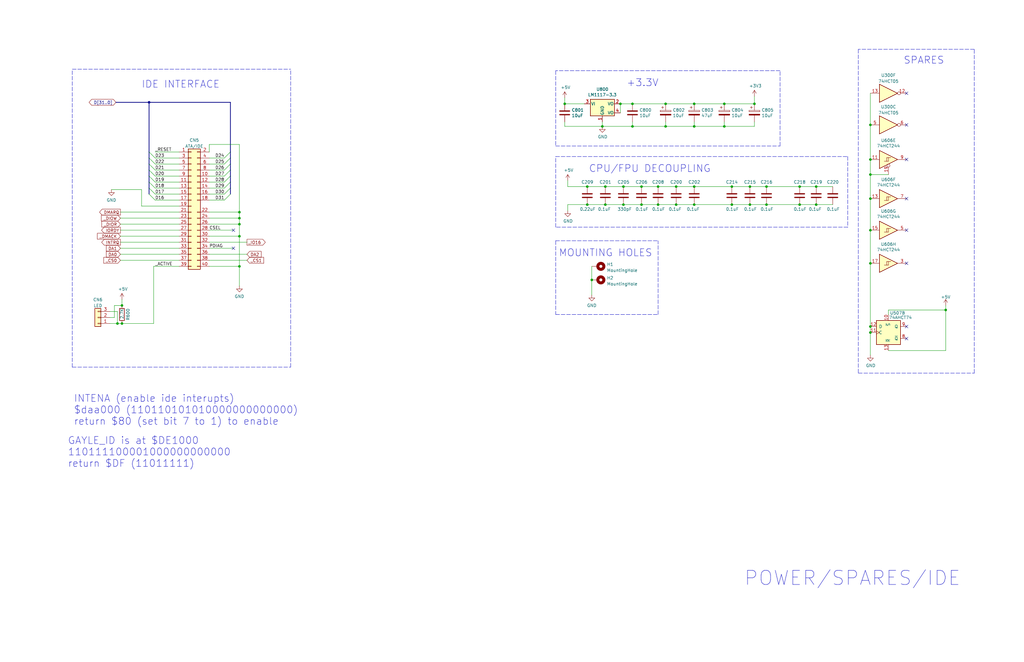
<source format=kicad_sch>
(kicad_sch (version 20211123) (generator eeschema)
  (paper "B")
  (title_block (title "Amiga N2630") (date "2022-04-24") (rev "1.0"))
  (lib_symbols
    (symbol "74xx:74LS05" (pin_names (offset 1.016))
      (property "Reference" "U" (at 0 1.27 0))
      (property "Value" "74LS05" (at 0 -1.27 0))
      (symbol "74LS05_1_0"
        (polyline (pts (xy -3.81 3.81) (xy -3.81 -3.81) (xy 3.81 0) (xy -3.81 3.81)) (stroke (width 0.254)) (fill (type background)))
        (pin input line (at -7.62 0 0) (length 3.81) (name "~") (number "1"))
        (pin open_collector inverted (at 7.62 0 180) (length 3.81) (name "~") (number "2"))
      )
      (symbol "74LS05_2_0"
        (polyline (pts (xy -3.81 3.81) (xy -3.81 -3.81) (xy 3.81 0) (xy -3.81 3.81)) (stroke (width 0.254)) (fill (type background)))
        (pin input line (at -7.62 0 0) (length 3.81) (name "~") (number "3"))
        (pin open_collector inverted (at 7.62 0 180) (length 3.81) (name "~") (number "4"))
      )
      (symbol "74LS05_3_0"
        (polyline (pts (xy -3.81 3.81) (xy -3.81 -3.81) (xy 3.81 0) (xy -3.81 3.81)) (stroke (width 0.254)) (fill (type background)))
        (pin input line (at -7.62 0 0) (length 3.81) (name "~") (number "5"))
        (pin open_collector inverted (at 7.62 0 180) (length 3.81) (name "~") (number "6"))
      )
      (symbol "74LS05_4_0"
        (polyline (pts (xy -3.81 3.81) (xy -3.81 -3.81) (xy 3.81 0) (xy -3.81 3.81)) (stroke (width 0.254)) (fill (type background)))
        (pin open_collector inverted (at 7.62 0 180) (length 3.81) (name "~") (number "8"))
        (pin input line (at -7.62 0 0) (length 3.81) (name "~") (number "9"))
      )
      (symbol "74LS05_5_0"
        (polyline (pts (xy -3.81 3.81) (xy -3.81 -3.81) (xy 3.81 0) (xy -3.81 3.81)) (stroke (width 0.254)) (fill (type background)))
        (pin open_collector inverted (at 7.62 0 180) (length 3.81) (name "~") (number "10"))
        (pin input line (at -7.62 0 0) (length 3.81) (name "~") (number "11"))
      )
      (symbol "74LS05_6_0"
        (polyline (pts (xy -3.81 3.81) (xy -3.81 -3.81) (xy 3.81 0) (xy -3.81 3.81)) (stroke (width 0.254)) (fill (type background)))
        (pin open_collector inverted (at 7.62 0 180) (length 3.81) (name "~") (number "12"))
        (pin input line (at -7.62 0 0) (length 3.81) (name "~") (number "13"))
      )
      (symbol "74LS05_7_0"
        (pin power_in line (at 0 12.7 270) (length 5.08) (name "VCC") (number "14"))
        (pin power_in line (at 0 -12.7 90) (length 5.08) (name "GND") (number "7"))
      )
      (symbol "74LS05_7_1"
        (rectangle (start -5.08 7.62) (end 5.08 -7.62) (stroke (width 0.254)) (fill (type background)))
      )
    )
    (symbol "74xx:74LS244_Split"
      (property "Reference" "U" (at 0 1.27 0))
      (property "Value" "74LS244_Split" (at 0 -1.27 0))
      (symbol "74LS244_Split_1_0"
        (polyline (pts (xy -3.81 3.81) (xy -3.81 -3.81) (xy 3.81 0) (xy -3.81 3.81)) (stroke (width 0.254)) (fill (type background)))
        (pin input inverted (at 0 -6.35 90) (length 4.445) (name "~") (number "1"))
        (pin tri_state line (at 7.62 0 180) (length 3.81) (name "~") (number "18"))
        (pin input line (at -7.62 0 0) (length 3.81) (name "~") (number "2"))
      )
      (symbol "74LS244_Split_1_1"
        (polyline (pts (xy 0 0.762) (xy 0 -0.762) (xy -1.778 -0.762)))
        (polyline (pts (xy 1.016 0.762) (xy -0.762 0.762) (xy -0.762 -0.762)))
      )
      (symbol "74LS244_Split_2_0"
        (polyline (pts (xy -3.81 3.81) (xy -3.81 -3.81) (xy 3.81 0) (xy -3.81 3.81)) (stroke (width 0.254)) (fill (type background)))
        (pin tri_state line (at 7.62 0 180) (length 3.81) (name "~") (number "16"))
        (pin input line (at -7.62 0 0) (length 3.81) (name "~") (number "4"))
      )
      (symbol "74LS244_Split_2_1"
        (polyline (pts (xy 0 0.762) (xy 0 -0.762) (xy -1.778 -0.762)))
        (polyline (pts (xy 1.016 0.762) (xy -0.762 0.762) (xy -0.762 -0.762)))
      )
      (symbol "74LS244_Split_3_0"
        (polyline (pts (xy -3.81 3.81) (xy -3.81 -3.81) (xy 3.81 0) (xy -3.81 3.81)) (stroke (width 0.254)) (fill (type background)))
        (pin tri_state line (at 7.62 0 180) (length 3.81) (name "~") (number "14"))
        (pin input line (at -7.62 0 0) (length 3.81) (name "~") (number "6"))
      )
      (symbol "74LS244_Split_3_1"
        (polyline (pts (xy 0 0.762) (xy 0 -0.762) (xy -1.778 -0.762)))
        (polyline (pts (xy 1.016 0.762) (xy -0.762 0.762) (xy -0.762 -0.762)))
      )
      (symbol "74LS244_Split_4_0"
        (polyline (pts (xy -3.81 3.81) (xy -3.81 -3.81) (xy 3.81 0) (xy -3.81 3.81)) (stroke (width 0.254)) (fill (type background)))
        (pin tri_state line (at 7.62 0 180) (length 3.81) (name "~") (number "12"))
        (pin input line (at -7.62 0 0) (length 3.81) (name "~") (number "8"))
      )
      (symbol "74LS244_Split_4_1"
        (polyline (pts (xy 0 0.762) (xy 0 -0.762) (xy -1.778 -0.762)))
        (polyline (pts (xy 1.016 0.762) (xy -0.762 0.762) (xy -0.762 -0.762)))
      )
      (symbol "74LS244_Split_5_0"
        (polyline (pts (xy -3.81 3.81) (xy -3.81 -3.81) (xy 3.81 0) (xy -3.81 3.81)) (stroke (width 0.254)) (fill (type background)))
        (pin input line (at -7.62 0 0) (length 3.81) (name "~") (number "11"))
        (pin input inverted (at 0 -6.35 90) (length 4.445) (name "~") (number "19"))
        (pin tri_state line (at 7.62 0 180) (length 3.81) (name "~") (number "9"))
      )
      (symbol "74LS244_Split_5_1"
        (polyline (pts (xy 0 0.762) (xy 0 -0.762) (xy -1.778 -0.762)))
        (polyline (pts (xy 1.016 0.762) (xy -0.762 0.762) (xy -0.762 -0.762)))
      )
      (symbol "74LS244_Split_6_0"
        (polyline (pts (xy -3.81 3.81) (xy -3.81 -3.81) (xy 3.81 0) (xy -3.81 3.81)) (stroke (width 0.254)) (fill (type background)))
        (pin input line (at -7.62 0 0) (length 3.81) (name "~") (number "13"))
        (pin tri_state line (at 7.62 0 180) (length 3.81) (name "~") (number "7"))
      )
      (symbol "74LS244_Split_6_1"
        (polyline (pts (xy 0 0.762) (xy 0 -0.762) (xy -1.778 -0.762)))
        (polyline (pts (xy 1.016 0.762) (xy -0.762 0.762) (xy -0.762 -0.762)))
      )
      (symbol "74LS244_Split_7_0"
        (polyline (pts (xy -3.81 3.81) (xy -3.81 -3.81) (xy 3.81 0) (xy -3.81 3.81)) (stroke (width 0.254)) (fill (type background)))
        (pin input line (at -7.62 0 0) (length 3.81) (name "~") (number "15"))
        (pin tri_state line (at 7.62 0 180) (length 3.81) (name "~") (number "5"))
      )
      (symbol "74LS244_Split_7_1"
        (polyline (pts (xy 0 0.762) (xy 0 -0.762) (xy -1.778 -0.762)))
        (polyline (pts (xy 1.016 0.762) (xy -0.762 0.762) (xy -0.762 -0.762)))
      )
      (symbol "74LS244_Split_8_0"
        (polyline (pts (xy -3.81 3.81) (xy -3.81 -3.81) (xy 3.81 0) (xy -3.81 3.81)) (stroke (width 0.254)) (fill (type background)))
        (pin input line (at -7.62 0 0) (length 3.81) (name "~") (number "17"))
        (pin tri_state line (at 7.62 0 180) (length 3.81) (name "~") (number "3"))
      )
      (symbol "74LS244_Split_8_1"
        (polyline (pts (xy 0 0.762) (xy 0 -0.762) (xy -1.778 -0.762)))
        (polyline (pts (xy 1.016 0.762) (xy -0.762 0.762) (xy -0.762 -0.762)))
      )
      (symbol "74LS244_Split_9_0"
        (pin power_in line (at 0 -12.7 90) (length 5.08) (name "GND") (number "10"))
        (pin power_in line (at 0 12.7 270) (length 5.08) (name "VCC") (number "20"))
      )
      (symbol "74LS244_Split_9_1"
        (rectangle (start -5.08 7.62) (end 5.08 -7.62) (stroke (width 0.254)) (fill (type background)))
      )
    )
    (symbol "74xx:74LS74" (pin_names (offset 1.016))
      (property "Reference" "U" (at -7.62 8.89 0))
      (property "Value" "74LS74" (at -7.62 -8.89 0))
      (symbol "74LS74_1_0"
        (pin input line (at 0 -7.62 90) (length 2.54) (name "~{R}") (number "1"))
        (pin input line (at -7.62 2.54 0) (length 2.54) (name "D") (number "2"))
        (pin input clock (at -7.62 0 0) (length 2.54) (name "C") (number "3"))
        (pin input line (at 0 7.62 270) (length 2.54) (name "~{S}") (number "4"))
        (pin output line (at 7.62 2.54 180) (length 2.54) (name "Q") (number "5"))
        (pin output line (at 7.62 -2.54 180) (length 2.54) (name "~{Q}") (number "6"))
      )
      (symbol "74LS74_1_1"
        (rectangle (start -5.08 5.08) (end 5.08 -5.08) (stroke (width 0.254)) (fill (type background)))
      )
      (symbol "74LS74_2_0"
        (pin input line (at 0 7.62 270) (length 2.54) (name "~{S}") (number "10"))
        (pin input clock (at -7.62 0 0) (length 2.54) (name "C") (number "11"))
        (pin input line (at -7.62 2.54 0) (length 2.54) (name "D") (number "12"))
        (pin input line (at 0 -7.62 90) (length 2.54) (name "~{R}") (number "13"))
        (pin output line (at 7.62 -2.54 180) (length 2.54) (name "~{Q}") (number "8"))
        (pin output line (at 7.62 2.54 180) (length 2.54) (name "Q") (number "9"))
      )
      (symbol "74LS74_2_1"
        (rectangle (start -5.08 5.08) (end 5.08 -5.08) (stroke (width 0.254)) (fill (type background)))
      )
      (symbol "74LS74_3_0"
        (pin power_in line (at 0 10.16 270) (length 2.54) (name "VCC") (number "14"))
        (pin power_in line (at 0 -10.16 90) (length 2.54) (name "GND") (number "7"))
      )
      (symbol "74LS74_3_1"
        (rectangle (start -5.08 7.62) (end 5.08 -7.62) (stroke (width 0.254)) (fill (type background)))
      )
    )
    (symbol "Connector_Generic:Conn_01x03" (pin_names (offset 1.016) hide)
      (property "Reference" "J" (at 0 5.08 0))
      (property "Value" "Conn_01x03" (at 0 -5.08 0))
      (symbol "Conn_01x03_1_1"
        (rectangle (start -1.27 -2.413) (end 0 -2.667) (stroke (width 0.1524)))
        (rectangle (start -1.27 0.127) (end 0 -0.127) (stroke (width 0.1524)))
        (rectangle (start -1.27 2.667) (end 0 2.413) (stroke (width 0.1524)))
        (rectangle (start -1.27 3.81) (end 1.27 -3.81) (stroke (width 0.254)) (fill (type background)))
        (pin passive line (at -5.08 2.54 0) (length 3.81) (name "Pin_1") (number "1"))
        (pin passive line (at -5.08 0 0) (length 3.81) (name "Pin_2") (number "2"))
        (pin passive line (at -5.08 -2.54 0) (length 3.81) (name "Pin_3") (number "3"))
      )
    )
    (symbol "Connector_Generic:Conn_02x20_Odd_Even" (pin_names (offset 1.016) hide)
      (property "Reference" "CN5" (at 1.27 27.8298 0))
      (property "Value" "ATA/IDE" (at 1.27 25.2929 0))
      (symbol "Conn_02x20_Odd_Even_1_1"
        (rectangle (start -1.27 -25.273) (end 0 -25.527) (stroke (width 0.1524)))
        (rectangle (start -1.27 -22.733) (end 0 -22.987) (stroke (width 0.1524)))
        (rectangle (start -1.27 -20.193) (end 0 -20.447) (stroke (width 0.1524)))
        (rectangle (start -1.27 -17.653) (end 0 -17.907) (stroke (width 0.1524)))
        (rectangle (start -1.27 -15.113) (end 0 -15.367) (stroke (width 0.1524)))
        (rectangle (start -1.27 -12.573) (end 0 -12.827) (stroke (width 0.1524)))
        (rectangle (start -1.27 -10.033) (end 0 -10.287) (stroke (width 0.1524)))
        (rectangle (start -1.27 -7.493) (end 0 -7.747) (stroke (width 0.1524)))
        (rectangle (start -1.27 -4.953) (end 0 -5.207) (stroke (width 0.1524)))
        (rectangle (start -1.27 -2.413) (end 0 -2.667) (stroke (width 0.1524)))
        (rectangle (start -1.27 0.127) (end 0 -0.127) (stroke (width 0.1524)))
        (rectangle (start -1.27 2.667) (end 0 2.413) (stroke (width 0.1524)))
        (rectangle (start -1.27 5.207) (end 0 4.953) (stroke (width 0.1524)))
        (rectangle (start -1.27 7.747) (end 0 7.493) (stroke (width 0.1524)))
        (rectangle (start -1.27 10.287) (end 0 10.033) (stroke (width 0.1524)))
        (rectangle (start -1.27 12.827) (end 0 12.573) (stroke (width 0.1524)))
        (rectangle (start -1.27 15.367) (end 0 15.113) (stroke (width 0.1524)))
        (rectangle (start -1.27 17.907) (end 0 17.653) (stroke (width 0.1524)))
        (rectangle (start -1.27 20.447) (end 0 20.193) (stroke (width 0.1524)))
        (rectangle (start -1.27 22.987) (end 0 22.733) (stroke (width 0.1524)))
        (rectangle (start -1.27 24.13) (end 3.81 -26.67) (stroke (width 0.254)) (fill (type background)))
        (rectangle (start 3.81 -25.273) (end 2.54 -25.527) (stroke (width 0.1524)))
        (rectangle (start 3.81 -22.733) (end 2.54 -22.987) (stroke (width 0.1524)))
        (rectangle (start 3.81 -20.193) (end 2.54 -20.447) (stroke (width 0.1524)))
        (rectangle (start 3.81 -17.653) (end 2.54 -17.907) (stroke (width 0.1524)))
        (rectangle (start 3.81 -15.113) (end 2.54 -15.367) (stroke (width 0.1524)))
        (rectangle (start 3.81 -12.573) (end 2.54 -12.827) (stroke (width 0.1524)))
        (rectangle (start 3.81 -10.033) (end 2.54 -10.287) (stroke (width 0.1524)))
        (rectangle (start 3.81 -7.493) (end 2.54 -7.747) (stroke (width 0.1524)))
        (rectangle (start 3.81 -4.953) (end 2.54 -5.207) (stroke (width 0.1524)))
        (rectangle (start 3.81 -2.413) (end 2.54 -2.667) (stroke (width 0.1524)))
        (rectangle (start 3.81 2.667) (end 2.54 2.413) (stroke (width 0.1524)))
        (rectangle (start 3.81 5.207) (end 2.54 4.953) (stroke (width 0.1524)))
        (rectangle (start 3.81 7.747) (end 2.54 7.493) (stroke (width 0.1524)))
        (rectangle (start 3.81 10.287) (end 2.54 10.033) (stroke (width 0.1524)))
        (rectangle (start 3.81 12.827) (end 2.54 12.573) (stroke (width 0.1524)))
        (rectangle (start 3.81 15.367) (end 2.54 15.113) (stroke (width 0.1524)))
        (rectangle (start 3.81 17.907) (end 2.54 17.653) (stroke (width 0.1524)))
        (rectangle (start 3.81 20.447) (end 2.54 20.193) (stroke (width 0.1524)))
        (rectangle (start 3.81 22.987) (end 2.54 22.733) (stroke (width 0.1524)))
        (pin passive line (at -5.08 22.86 0) (length 3.81) (name "Pin_1") (number "1"))
        (pin passive line (at 7.62 12.7 180) (length 3.81) (name "Pin_10") (number "10"))
        (pin passive line (at -5.08 10.16 0) (length 3.81) (name "Pin_11") (number "11"))
        (pin passive line (at 7.62 10.16 180) (length 3.81) (name "Pin_12") (number "12"))
        (pin passive line (at -5.08 7.62 0) (length 3.81) (name "Pin_13") (number "13"))
        (pin passive line (at 7.62 7.62 180) (length 3.81) (name "Pin_14") (number "14"))
        (pin passive line (at -5.08 5.08 0) (length 3.81) (name "Pin_15") (number "15"))
        (pin passive line (at 7.62 5.08 180) (length 3.81) (name "Pin_16") (number "16"))
        (pin passive line (at -5.08 2.54 0) (length 3.81) (name "Pin_17") (number "17"))
        (pin passive line (at 7.62 2.54 180) (length 3.81) (name "Pin_18") (number "18"))
        (pin passive line (at -5.08 0 0) (length 3.81) (name "Pin_19") (number "19"))
        (pin passive line (at 7.62 22.86 180) (length 3.81) (name "Pin_2") (number "2"))
        (pin passive line (at -5.08 -2.54 0) (length 3.81) (name "Pin_21") (number "21"))
        (pin passive line (at 7.62 -2.54 180) (length 3.81) (name "Pin_22") (number "22"))
        (pin passive line (at -5.08 -5.08 0) (length 3.81) (name "Pin_23") (number "23"))
        (pin passive line (at 7.62 -5.08 180) (length 3.81) (name "Pin_24") (number "24"))
        (pin passive line (at -5.08 -7.62 0) (length 3.81) (name "Pin_25") (number "25"))
        (pin passive line (at 7.62 -7.62 180) (length 3.81) (name "Pin_26") (number "26"))
        (pin passive line (at -5.08 -10.16 0) (length 3.81) (name "Pin_27") (number "27"))
        (pin passive line (at 7.62 -10.16 180) (length 3.81) (name "Pin_28") (number "28"))
        (pin passive line (at -5.08 -12.7 0) (length 3.81) (name "Pin_29") (number "29"))
        (pin passive line (at -5.08 20.32 0) (length 3.81) (name "Pin_3") (number "3"))
        (pin passive line (at 7.62 -12.7 180) (length 3.81) (name "Pin_30") (number "30"))
        (pin passive line (at -5.08 -15.24 0) (length 3.81) (name "Pin_31") (number "31"))
        (pin passive line (at 7.62 -15.24 180) (length 3.81) (name "Pin_32") (number "32"))
        (pin passive line (at -5.08 -17.78 0) (length 3.81) (name "Pin_33") (number "33"))
        (pin passive line (at 7.62 -17.78 180) (length 3.81) (name "Pin_34") (number "34"))
        (pin passive line (at -5.08 -20.32 0) (length 3.81) (name "Pin_35") (number "35"))
        (pin passive line (at 7.62 -20.32 180) (length 3.81) (name "Pin_36") (number "36"))
        (pin passive line (at -5.08 -22.86 0) (length 3.81) (name "Pin_37") (number "37"))
        (pin passive line (at 7.62 -22.86 180) (length 3.81) (name "Pin_38") (number "38"))
        (pin passive line (at -5.08 -25.4 0) (length 3.81) (name "Pin_39") (number "39"))
        (pin passive line (at 7.62 20.32 180) (length 3.81) (name "Pin_4") (number "4"))
        (pin passive line (at 7.62 -25.4 180) (length 3.81) (name "Pin_40") (number "40"))
        (pin passive line (at -5.08 17.78 0) (length 3.81) (name "Pin_5") (number "5"))
        (pin passive line (at 7.62 17.78 180) (length 3.81) (name "Pin_6") (number "6"))
        (pin passive line (at -5.08 15.24 0) (length 3.81) (name "Pin_7") (number "7"))
        (pin passive line (at 7.62 15.24 180) (length 3.81) (name "Pin_8") (number "8"))
        (pin passive line (at -5.08 12.7 0) (length 3.81) (name "Pin_9") (number "9"))
      )
    )
    (symbol "Device:C" (pin_numbers hide) (pin_names (offset 0.254))
      (property "Reference" "C" (at 0.635 2.54 0))
      (property "Value" "C" (at 0.635 -2.54 0))
      (symbol "C_0_1"
        (polyline (pts (xy -2.032 -0.762) (xy 2.032 -0.762)) (stroke (width 0.508)))
        (polyline (pts (xy -2.032 0.762) (xy 2.032 0.762)) (stroke (width 0.508)))
      )
      (symbol "C_1_1"
        (pin passive line (at 0 3.81 270) (length 2.794) (name "~") (number "1"))
        (pin passive line (at 0 -3.81 90) (length 2.794) (name "~") (number "2"))
      )
    )
    (symbol "Device:CP" (pin_numbers hide) (pin_names (offset 0.254))
      (property "Reference" "C" (at 0.635 2.54 0))
      (property "Value" "Device_CP" (at 0.635 -2.54 0))
      (symbol "CP_0_1"
        (rectangle (start -2.286 0.508) (end 2.286 1.016))
        (polyline (pts (xy -1.778 2.286) (xy -0.762 2.286)))
        (polyline (pts (xy -1.27 2.794) (xy -1.27 1.778)))
        (rectangle (start 2.286 -0.508) (end -2.286 -1.016) (fill (type outline)))
      )
      (symbol "CP_1_1"
        (pin passive line (at 0 3.81 270) (length 2.794) (name "~") (number "1"))
        (pin passive line (at 0 -3.81 90) (length 2.794) (name "~") (number "2"))
      )
    )
    (symbol "Device:R" (pin_numbers hide) (pin_names (offset 0))
      (property "Reference" "R" (at 2.032 0 90))
      (property "Value" "R" (at 0 0 90))
      (symbol "R_0_1"
        (rectangle (start -1.016 -2.54) (end 1.016 2.54) (stroke (width 0.254)))
      )
      (symbol "R_1_1"
        (pin passive line (at 0 3.81 270) (length 1.27) (name "~") (number "1"))
        (pin passive line (at 0 -3.81 90) (length 1.27) (name "~") (number "2"))
      )
    )
    (symbol "Mechanical:MountingHole_Pad" (pin_numbers hide) (pin_names (offset 1.016) hide)
      (property "Reference" "H" (at 0 6.35 0))
      (property "Value" "MountingHole_Pad" (at 0 4.445 0))
      (symbol "MountingHole_Pad_0_1"
        (circle (center 0 1.27) (radius 1.27) (stroke (width 1.27)))
      )
      (symbol "MountingHole_Pad_1_1"
        (pin input line (at 0 -2.54 90) (length 2.54) (name "1") (number "1"))
      )
    )
    (symbol "N2630:LM1117-3.3" (pin_names (offset 0.254))
      (property "Reference" "U" (at -3.81 3.175 0))
      (property "Value" "LM1117-3.3" (at 0 3.175 0))
      (symbol "LM1117-3.3_0_0"
        (pin power_out line (at 7.62 -3.81 180) (length 2.54) (name "VO") (number "4"))
      )
      (symbol "LM1117-3.3_0_1"
        (rectangle (start -5.08 -5.08) (end 5.08 1.905) (stroke (width 0.254)) (fill (type background)))
      )
      (symbol "LM1117-3.3_1_1"
        (pin power_in line (at 0 -7.62 90) (length 2.54) (name "GND") (number "1"))
        (pin power_out line (at 7.62 0 180) (length 2.54) (name "VO") (number "2"))
        (pin power_in line (at -7.62 0 0) (length 2.54) (name "VI") (number "3"))
      )
    )
    (symbol "power:+3.3V" (power) (pin_names (offset 0))
      (property "Value" "+3.3V" (at 0 3.556 0))
      (symbol "+3.3V_0_1"
        (polyline (pts (xy -0.762 1.27) (xy 0 2.54)))
        (polyline (pts (xy 0 0) (xy 0 2.54)))
        (polyline (pts (xy 0 2.54) (xy 0.762 1.27)))
      )
      (symbol "+3.3V_1_1"
        (pin power_in line (at 0 0 90) (length 0) hide (name "+3V3") (number "1"))
      )
    )
    (symbol "power:+5V" (power) (pin_names (offset 0))
      (property "Value" "+5V" (at 0 3.556 0))
      (symbol "+5V_0_1"
        (polyline (pts (xy -0.762 1.27) (xy 0 2.54)))
        (polyline (pts (xy 0 0) (xy 0 2.54)))
        (polyline (pts (xy 0 2.54) (xy 0.762 1.27)))
      )
      (symbol "+5V_1_1"
        (pin power_in line (at 0 0 90) (length 0) hide (name "+5V") (number "1"))
      )
    )
    (symbol "power:GND" (power) (pin_names (offset 0))
      (property "Value" "GND" (at 0 -3.81 0))
      (symbol "GND_0_1"
        (polyline (pts (xy 0 0) (xy 0 -1.27) (xy 1.27 -1.27) (xy 0 -2.54) (xy -1.27 -1.27) (xy 0 -1.27)))
      )
      (symbol "GND_1_1"
        (pin power_in line (at 0 0 270) (length 0) hide (name "GND") (number "1"))
      )
    )
  )
  (junction (at 318.135 43.815))
  (junction (at 100.965 94.615))
  (junction (at 316.23 86.36))
  (junction (at 280.67 53.34))
  (junction (at 367.03 67.31))
  (junction (at 100.965 99.695))
  (junction (at 261.62 43.815))
  (junction (at 62.865 43.18))
  (junction (at 270.51 86.36))
  (junction (at 316.23 78.74))
  (junction (at 49.53 136.525))
  (junction (at 367.03 137.795))
  (junction (at 367.03 140.335))
  (junction (at 337.185 78.74))
  (junction (at 100.965 92.075))
  (junction (at 292.735 78.74))
  (junction (at 249.555 118.11))
  (junction (at 292.735 43.815))
  (junction (at 254 53.34))
  (junction (at 308.61 86.36))
  (junction (at 262.89 86.36))
  (junction (at 280.67 43.815))
  (junction (at 100.965 112.395))
  (junction (at 270.51 78.74))
  (junction (at 285.115 86.36))
  (junction (at 344.17 78.74))
  (junction (at 323.215 86.36))
  (junction (at 398.78 130.81))
  (junction (at 277.495 78.74))
  (junction (at 255.27 86.36))
  (junction (at 292.735 86.36))
  (junction (at 51.435 136.525))
  (junction (at 367.03 111.125))
  (junction (at 305.435 43.815))
  (junction (at 247.65 86.36))
  (junction (at 266.7 43.815))
  (junction (at 262.89 78.74))
  (junction (at 285.115 78.74))
  (junction (at 100.965 89.535))
  (junction (at 292.735 53.34))
  (junction (at 367.03 83.82))
  (junction (at 305.435 53.34))
  (junction (at 238.125 43.815))
  (junction (at 51.435 128.905))
  (junction (at 277.495 86.36))
  (junction (at 308.61 78.74))
  (junction (at 266.7 53.34))
  (junction (at 367.03 97.155))
  (junction (at 367.03 52.705))
  (junction (at 367.03 73.66))
  (junction (at 323.215 78.74))
  (junction (at 255.27 78.74))
  (junction (at 247.65 78.74))
  (junction (at 337.185 86.36))
  (junction (at 344.17 86.36))
  (no_connect (at 382.27 39.37))
  (no_connect (at 382.27 83.82))
  (no_connect (at 382.27 67.31))
  (no_connect (at 98.425 104.775))
  (no_connect (at 98.425 97.155))
  (no_connect (at 382.27 52.705))
  (no_connect (at 382.27 137.795))
  (no_connect (at 382.27 142.875))
  (no_connect (at 382.27 111.125))
  (no_connect (at 382.27 97.155))
  (bus_entry (at 94.615 66.675) (size 2.54 -2.54))
  (bus_entry (at 94.615 69.215) (size 2.54 -2.54))
  (bus_entry (at 94.615 71.755) (size 2.54 -2.54))
  (bus_entry (at 94.615 76.835) (size 2.54 -2.54))
  (bus_entry (at 94.615 74.295) (size 2.54 -2.54))
  (bus_entry (at 94.615 84.455) (size 2.54 -2.54))
  (bus_entry (at 94.615 81.915) (size 2.54 -2.54))
  (bus_entry (at 94.615 79.375) (size 2.54 -2.54))
  (bus_entry (at 62.865 69.215) (size 2.54 2.54))
  (bus_entry (at 62.865 71.755) (size 2.54 2.54))
  (bus_entry (at 62.865 66.675) (size 2.54 2.54))
  (bus_entry (at 62.865 64.135) (size 2.54 2.54))
  (bus_entry (at 62.865 81.915) (size 2.54 2.54))
  (bus_entry (at 62.865 79.375) (size 2.54 2.54))
  (bus_entry (at 62.865 76.835) (size 2.54 2.54))
  (bus_entry (at 62.865 74.295) (size 2.54 2.54))
  (polyline (pts (xy 122.555 154.94) (xy 122.555 29.21)))
  (wire (pts (xy 46.99 80.01) (xy 59.69 80.01)))
  (wire (pts (xy 88.265 92.075) (xy 100.965 92.075)))
  (wire (pts (xy 65.405 64.135) (xy 75.565 64.135)))
  (wire (pts (xy 65.405 81.915) (xy 75.565 81.915)))
  (wire (pts (xy 305.435 51.435) (xy 305.435 53.34)))
  (wire (pts (xy 65.405 71.755) (xy 75.565 71.755)))
  (polyline (pts (xy 361.95 20.828) (xy 361.95 157.48)))
  (wire (pts (xy 367.03 137.795) (xy 367.03 140.335)))
  (wire (pts (xy 88.265 66.675) (xy 94.615 66.675)))
  (wire (pts (xy 88.265 60.96) (xy 100.965 60.96)))
  (polyline (pts (xy 410.845 20.828) (xy 361.95 20.828)))
  (wire (pts (xy 367.03 67.31) (xy 367.03 73.66)))
  (bus (pts (xy 97.155 69.215) (xy 97.155 66.675)))
  (wire (pts (xy 50.8 97.155) (xy 75.565 97.155)))
  (wire (pts (xy 88.265 79.375) (xy 94.615 79.375)))
  (wire (pts (xy 50.8 94.615) (xy 75.565 94.615)))
  (bus (pts (xy 97.155 64.135) (xy 97.155 43.18)))
  (polyline (pts (xy 30.48 29.845) (xy 30.48 154.94)))
  (wire (pts (xy 316.23 86.36) (xy 323.215 86.36)))
  (wire (pts (xy 367.03 111.125) (xy 367.03 137.795)))
  (wire (pts (xy 305.435 43.815) (xy 318.135 43.815)))
  (wire (pts (xy 308.61 78.74) (xy 316.23 78.74)))
  (wire (pts (xy 308.61 86.36) (xy 316.23 86.36)))
  (wire (pts (xy 50.8 92.075) (xy 75.565 92.075)))
  (wire (pts (xy 65.405 79.375) (xy 75.565 79.375)))
  (bus (pts (xy 62.865 74.295) (xy 62.865 76.835)))
  (wire (pts (xy 270.51 86.36) (xy 277.495 86.36)))
  (wire (pts (xy 65.405 74.295) (xy 75.565 74.295)))
  (wire (pts (xy 254 53.34) (xy 266.7 53.34)))
  (wire (pts (xy 255.27 78.74) (xy 247.65 78.74)))
  (wire (pts (xy 266.7 53.34) (xy 280.67 53.34)))
  (wire (pts (xy 59.69 80.01) (xy 59.69 86.995)))
  (wire (pts (xy 292.735 43.815) (xy 305.435 43.815)))
  (wire (pts (xy 88.265 99.695) (xy 100.965 99.695)))
  (wire (pts (xy 266.7 53.34) (xy 266.7 51.435)))
  (wire (pts (xy 48.26 133.985) (xy 48.26 128.905)))
  (wire (pts (xy 261.62 43.815) (xy 266.7 43.815)))
  (wire (pts (xy 88.265 97.155) (xy 98.425 97.155)))
  (bus (pts (xy 97.155 76.835) (xy 97.155 74.295)))
  (wire (pts (xy 398.78 130.81) (xy 398.78 147.955)))
  (polyline (pts (xy 234.315 61.595) (xy 328.93 61.595)))
  (wire (pts (xy 59.69 86.995) (xy 75.565 86.995)))
  (wire (pts (xy 367.03 52.705) (xy 367.03 67.31)))
  (wire (pts (xy 249.555 112.395) (xy 249.555 118.11)))
  (wire (pts (xy 285.115 86.36) (xy 277.495 86.36)))
  (wire (pts (xy 88.265 112.395) (xy 100.965 112.395)))
  (polyline (pts (xy 328.93 29.845) (xy 234.315 29.845)))
  (wire (pts (xy 88.265 107.315) (xy 104.14 107.315)))
  (polyline (pts (xy 410.845 157.48) (xy 410.845 20.828)))
  (wire (pts (xy 280.67 53.34) (xy 292.735 53.34)))
  (wire (pts (xy 285.115 78.74) (xy 277.495 78.74)))
  (wire (pts (xy 100.965 94.615) (xy 100.965 99.695)))
  (wire (pts (xy 88.265 84.455) (xy 94.615 84.455)))
  (wire (pts (xy 318.135 43.815) (xy 318.135 40.64)))
  (wire (pts (xy 344.17 86.36) (xy 351.155 86.36)))
  (bus (pts (xy 62.865 64.135) (xy 62.865 66.675)))
  (wire (pts (xy 88.265 71.755) (xy 94.615 71.755)))
  (wire (pts (xy 46.355 133.985) (xy 48.26 133.985)))
  (wire (pts (xy 100.965 92.075) (xy 100.965 94.615)))
  (wire (pts (xy 292.735 53.34) (xy 292.735 51.435)))
  (wire (pts (xy 50.8 99.695) (xy 75.565 99.695)))
  (wire (pts (xy 262.89 86.36) (xy 270.51 86.36)))
  (polyline (pts (xy 277.495 132.715) (xy 277.495 101.6)))
  (bus (pts (xy 62.865 43.18) (xy 62.865 64.135)))
  (polyline (pts (xy 234.315 29.845) (xy 234.315 61.595)))
  (bus (pts (xy 62.865 66.675) (xy 62.865 69.215)))
  (wire (pts (xy 254 51.435) (xy 254 53.34)))
  (bus (pts (xy 62.865 69.215) (xy 62.865 71.755)))
  (polyline (pts (xy 234.315 132.715) (xy 277.495 132.715)))
  (polyline (pts (xy 30.48 29.21) (xy 122.555 29.21)))
  (wire (pts (xy 65.405 84.455) (xy 75.565 84.455)))
  (wire (pts (xy 88.265 74.295) (xy 94.615 74.295)))
  (wire (pts (xy 292.735 78.74) (xy 285.115 78.74)))
  (polyline (pts (xy 234.315 101.6) (xy 234.315 132.715)))
  (bus (pts (xy 62.865 43.18) (xy 97.155 43.18)))
  (wire (pts (xy 239.395 78.74) (xy 239.395 76.2)))
  (polyline (pts (xy 234.315 101.6) (xy 277.495 101.6)))
  (wire (pts (xy 323.215 78.74) (xy 337.185 78.74)))
  (wire (pts (xy 49.53 136.525) (xy 51.435 136.525)))
  (wire (pts (xy 64.77 112.395) (xy 64.77 136.525)))
  (wire (pts (xy 280.67 43.815) (xy 292.735 43.815)))
  (wire (pts (xy 367.03 73.66) (xy 367.03 83.82)))
  (polyline (pts (xy 234.315 66.04) (xy 357.505 66.04)))
  (polyline (pts (xy 357.505 95.885) (xy 234.315 95.885)))
  (wire (pts (xy 46.355 131.445) (xy 49.53 131.445)))
  (wire (pts (xy 262.89 78.74) (xy 255.27 78.74)))
  (wire (pts (xy 238.125 53.34) (xy 254 53.34)))
  (bus (pts (xy 97.155 71.755) (xy 97.155 69.215)))
  (polyline (pts (xy 357.505 66.04) (xy 357.505 95.885)))
  (wire (pts (xy 88.265 69.215) (xy 94.615 69.215)))
  (bus (pts (xy 97.155 79.375) (xy 97.155 76.835)))
  (bus (pts (xy 97.155 81.915) (xy 97.155 79.375)))
  (bus (pts (xy 62.865 43.18) (xy 48.895 43.18)))
  (wire (pts (xy 65.405 69.215) (xy 75.565 69.215)))
  (wire (pts (xy 100.965 112.395) (xy 100.965 120.65)))
  (wire (pts (xy 88.265 102.235) (xy 104.14 102.235)))
  (wire (pts (xy 238.125 51.435) (xy 238.125 53.34)))
  (wire (pts (xy 51.435 128.905) (xy 51.435 126.365)))
  (wire (pts (xy 398.78 128.905) (xy 398.78 130.81)))
  (wire (pts (xy 51.435 136.525) (xy 64.77 136.525)))
  (polyline (pts (xy 30.48 154.94) (xy 122.555 154.94)))
  (wire (pts (xy 46.355 136.525) (xy 49.53 136.525)))
  (wire (pts (xy 50.8 102.235) (xy 75.565 102.235)))
  (wire (pts (xy 374.65 132.715) (xy 374.65 130.81)))
  (wire (pts (xy 65.405 66.675) (xy 75.565 66.675)))
  (bus (pts (xy 62.865 79.375) (xy 62.865 81.915)))
  (wire (pts (xy 65.405 76.835) (xy 75.565 76.835)))
  (bus (pts (xy 97.155 66.675) (xy 97.155 64.135)))
  (wire (pts (xy 270.51 78.74) (xy 262.89 78.74)))
  (polyline (pts (xy 361.95 157.48) (xy 410.845 157.48)))
  (wire (pts (xy 239.395 86.36) (xy 239.395 88.9)))
  (wire (pts (xy 50.8 89.535) (xy 75.565 89.535)))
  (wire (pts (xy 367.03 97.155) (xy 367.03 111.125)))
  (wire (pts (xy 246.38 43.815) (xy 238.125 43.815)))
  (wire (pts (xy 318.135 53.34) (xy 305.435 53.34)))
  (wire (pts (xy 48.26 128.905) (xy 51.435 128.905)))
  (wire (pts (xy 367.03 83.82) (xy 367.03 97.155)))
  (wire (pts (xy 100.965 60.96) (xy 100.965 89.535)))
  (wire (pts (xy 88.265 76.835) (xy 94.615 76.835)))
  (polyline (pts (xy 234.315 95.885) (xy 234.315 66.04)))
  (wire (pts (xy 100.965 89.535) (xy 100.965 92.075)))
  (wire (pts (xy 88.265 94.615) (xy 100.965 94.615)))
  (wire (pts (xy 88.265 89.535) (xy 100.965 89.535)))
  (wire (pts (xy 261.62 47.625) (xy 261.62 43.815)))
  (wire (pts (xy 316.23 78.74) (xy 323.215 78.74)))
  (wire (pts (xy 305.435 53.34) (xy 292.735 53.34)))
  (wire (pts (xy 238.125 43.815) (xy 238.125 41.275)))
  (wire (pts (xy 255.27 86.36) (xy 262.89 86.36)))
  (wire (pts (xy 64.77 112.395) (xy 75.565 112.395)))
  (wire (pts (xy 88.265 81.915) (xy 94.615 81.915)))
  (wire (pts (xy 247.65 86.36) (xy 255.27 86.36)))
  (wire (pts (xy 249.555 118.11) (xy 249.555 124.46)))
  (wire (pts (xy 88.265 104.775) (xy 98.425 104.775)))
  (wire (pts (xy 247.65 78.74) (xy 239.395 78.74)))
  (bus (pts (xy 62.865 76.835) (xy 62.865 79.375)))
  (wire (pts (xy 351.155 78.74) (xy 344.17 78.74)))
  (wire (pts (xy 266.7 43.815) (xy 280.67 43.815)))
  (wire (pts (xy 374.65 147.955) (xy 398.78 147.955)))
  (wire (pts (xy 50.8 107.315) (xy 75.565 107.315)))
  (wire (pts (xy 337.185 86.36) (xy 344.17 86.36)))
  (wire (pts (xy 277.495 78.74) (xy 270.51 78.74)))
  (wire (pts (xy 247.65 86.36) (xy 239.395 86.36)))
  (wire (pts (xy 50.8 104.775) (xy 75.565 104.775)))
  (wire (pts (xy 292.735 86.36) (xy 308.61 86.36)))
  (wire (pts (xy 49.53 131.445) (xy 49.53 136.525)))
  (polyline (pts (xy 328.93 61.595) (xy 328.93 29.845)))
  (wire (pts (xy 292.735 78.74) (xy 308.61 78.74)))
  (wire (pts (xy 374.65 130.81) (xy 398.78 130.81)))
  (bus (pts (xy 97.155 74.295) (xy 97.155 71.755)))
  (wire (pts (xy 367.03 140.335) (xy 367.03 149.86)))
  (wire (pts (xy 88.265 109.855) (xy 104.14 109.855)))
  (wire (pts (xy 280.67 51.435) (xy 280.67 53.34)))
  (wire (pts (xy 50.8 109.855) (xy 75.565 109.855)))
  (wire (pts (xy 292.735 86.36) (xy 285.115 86.36)))
  (wire (pts (xy 88.265 64.135) (xy 88.265 60.96)))
  (wire (pts (xy 344.17 78.74) (xy 337.185 78.74)))
  (wire (pts (xy 374.65 73.66) (xy 367.03 73.66)))
  (bus (pts (xy 62.865 71.755) (xy 62.865 74.295)))
  (wire (pts (xy 100.965 99.695) (xy 100.965 112.395)))
  (wire (pts (xy 323.215 86.36) (xy 337.185 86.36)))
  (wire (pts (xy 318.135 51.435) (xy 318.135 53.34)))
  (wire (pts (xy 367.03 39.37) (xy 367.03 52.705)))
  (text "POWER/SPARES/IDE" (at 313.69 247.65 0) (effects (font (size 5.9944 5.9944)) (justify left bottom)))
  (text "GAYLE_ID is at $DE1000\n110111100001000000000000\nreturn $DF (11011111)" (at 28.575 197.485 0) (effects (font (size 3 3)) (justify left bottom)))
  (text "MOUNTING HOLES" (at 235.585 108.585 0) (effects (font (size 3 3)) (justify left bottom)))
  (text "SPARES" (at 381 27.305 0) (effects (font (size 2.9972 2.9972)) (justify left bottom)))
  (text "IDE INTERFACE" (at 59.69 37.465 0) (effects (font (size 3 3)) (justify left bottom)))
  (text "INTENA (enable ide interupts)\n$daa000 (110110101010000000000000)\nreturn $80 (set bit 7 to 1) to enable" (at 31.115 179.705 0) (effects (font (size 3 3)) (justify left bottom)))
  (text "+3.3V" (at 264.16 36.83 0) (effects (font (size 2.9972 2.9972)) (justify left bottom)))
  (text "CPU/FPU DECOUPLING" (at 248.285 73.025 0) (effects (font (size 2.9972 2.9972)) (justify left bottom)))
  (label "_ACTIVE" (at 65.405 112.395 0))
  (label "D29" (at 94.615 79.375 180))
  (label "D30" (at 94.615 81.915 180))
  (label "D31" (at 94.615 84.455 180))
  (label "D21" (at 65.405 71.755 0))
  (label "D18" (at 65.405 79.375 0))
  (label "PDIAG" (at 88.265 104.775 0))
  (label "_RESET" (at 65.405 64.135 0))
  (label "D22" (at 65.405 69.215 0))
  (label "CSEL" (at 88.265 97.155 0))
  (label "D23" (at 65.405 66.675 0))
  (label "D16" (at 65.405 84.455 0))
  (label "D28" (at 94.615 76.835 180))
  (label "D20" (at 65.405 74.295 0))
  (label "D27" (at 94.615 74.295 180))
  (label "D26" (at 94.615 71.755 180))
  (label "D25" (at 94.615 69.215 180))
  (label "D17" (at 65.405 81.915 0))
  (label "D24" (at 94.615 66.675 180))
  (label "D19" (at 65.405 76.835 0))
  (global_label "_CS0" (shape input) (at 50.8 109.855 180) (property "Intersheet References" "${INTERSHEET_REFS}" (effects hide)))
  (global_label "DA1" (shape input) (at 50.8 104.775 180) (property "Intersheet References" "${INTERSHEET_REFS}" (effects hide)))
  (global_label "INTRQ" (shape output) (at 50.8 102.235 180) (property "Intersheet References" "${INTERSHEET_REFS}" (effects hide)))
  (global_label "DMARQ" (shape output) (at 50.8 89.535 180) (property "Intersheet References" "${INTERSHEET_REFS}" (effects hide)))
  (global_label "_DMACK" (shape input) (at 50.8 99.695 180) (property "Intersheet References" "${INTERSHEET_REFS}" (effects hide)))
  (global_label "_DIOR" (shape input) (at 50.8 94.615 180) (property "Intersheet References" "${INTERSHEET_REFS}" (effects hide)))
  (global_label "IORDY" (shape output) (at 50.8 97.155 180) (property "Intersheet References" "${INTERSHEET_REFS}" (effects hide)))
  (global_label "_CS1" (shape input) (at 104.14 109.855 0) (property "Intersheet References" "${INTERSHEET_REFS}" (effects hide)))
  (global_label "_DIOW" (shape input) (at 50.8 92.075 180) (property "Intersheet References" "${INTERSHEET_REFS}" (effects hide)))
  (global_label "_IO16" (shape output) (at 104.14 102.235 0) (property "Intersheet References" "${INTERSHEET_REFS}" (effects hide)))
  (global_label "D[31..0]" (shape bidirectional) (at 48.895 43.18 180) (property "Intersheet References" "${INTERSHEET_REFS}" (effects hide)))
  (global_label "DA0" (shape input) (at 50.8 107.315 180) (property "Intersheet References" "${INTERSHEET_REFS}" (effects hide)))
  (global_label "DA2" (shape input) (at 104.14 107.315 0) (property "Intersheet References" "${INTERSHEET_REFS}" (effects hide)))
  (symbol (lib_id "74xx:74LS05") (at 374.65 39.37 0) (unit 6)
    (property "Reference" "U300" (at 374.65 31.75 0))
    (property "Value" "74HCT05" (at 374.65 34.29 0))
    (property "Footprint" "Package_SO:SOIC-14_3.9x8.7mm_P1.27mm" (effects hide))
    (property "Datasheet" "http://www.ti.com/lit/gpn/sn74LS05" (effects hide))
  )
  (symbol (lib_id "power:GND") (at 367.03 149.86 0) (unit 1)
    (property "Reference" "#PWR0123" (effects hide))
    (property "Value" "GND" (at 367.157 154.2542 0))
  )
  (symbol (lib_id "power:+5V") (at 239.395 76.2 0) (unit 1)
    (property "Reference" "#PWR0184" (effects hide))
    (property "Value" "+5V" (at 239.776 71.8058 0))
  )
  (symbol (lib_id "power:GND") (at 239.395 88.9 0) (unit 1)
    (property "Reference" "#PWR0185" (effects hide))
    (property "Value" "GND" (at 239.522 93.2942 0))
  )
  (symbol (lib_id "power:GND") (at 254 53.34 0) (unit 1)
    (property "Reference" "#PWR0186" (effects hide))
    (property "Value" "GND" (at 254.127 57.7342 0))
  )
  (symbol (lib_id "power:+5V") (at 238.125 41.275 0) (unit 1)
    (property "Reference" "#PWR0187" (effects hide))
    (property "Value" "+5V" (at 238.506 36.8808 0))
  )
  (symbol (lib_id "power:+3.3V") (at 318.135 40.64 0) (unit 1)
    (property "Reference" "#PWR0188" (effects hide))
    (property "Value" "+3.3V" (at 318.516 36.2458 0))
  )
  (symbol (lib_id "Device:C") (at 266.7 47.625 0) (unit 1)
    (property "Reference" "C800" (at 269.621 46.4566 0) (effects (justify left)))
    (property "Value" "10uF" (at 269.621 48.768 0) (effects (justify left)))
    (property "Footprint" "Capacitor_SMD:C_0805_2012Metric" (effects hide))
  )
  (symbol (lib_id "Device:C") (at 238.125 47.625 0) (unit 1)
    (property "Reference" "C801" (at 241.046 46.4566 0) (effects (justify left)))
    (property "Value" "10uF" (at 241.046 48.768 0) (effects (justify left)))
    (property "Footprint" "Capacitor_SMD:C_0805_2012Metric" (effects hide))
  )
  (symbol (lib_id "Device:CP") (at 280.67 47.625 0) (unit 1)
    (property "Reference" "C802" (at 283.6672 46.4566 0) (effects (justify left)))
    (property "Value" "10uF" (at 283.6672 48.768 0) (effects (justify left)))
    (property "Footprint" "Capacitor_THT:CP_Radial_D5.0mm_P2.00mm" (effects hide))
  )
  (symbol (lib_id "Device:CP") (at 292.735 47.625 0) (unit 1)
    (property "Reference" "C803" (at 295.7322 46.4566 0) (effects (justify left)))
    (property "Value" "47uF" (at 295.7322 48.768 0) (effects (justify left)))
    (property "Footprint" "Capacitor_THT:CP_Radial_D5.0mm_P2.00mm" (effects hide))
  )
  (symbol (lib_id "N2630:LM1117-3.3") (at 254 43.815 0) (unit 1)
    (property "Reference" "U800" (at 254 37.6682 0))
    (property "Value" "LM1117-3.3" (at 254 39.9796 0))
    (property "Footprint" "Package_TO_SOT_SMD:SOT-223" (effects hide))
    (property "Datasheet" "http://www.ti.com/lit/ds/symlink/lm1117.pdf" (effects hide))
  )
  (symbol (lib_id "Device:C") (at 292.735 82.55 0) (unit 1)
    (property "Reference" "C202" (at 290.195 76.835 0) (effects (justify left)))
    (property "Value" "0.1uF" (at 289.56 88.265 0) (effects (justify left)))
    (property "Footprint" "Capacitor_SMD:C_0805_2012Metric" (effects hide))
  )
  (symbol (lib_id "Device:C") (at 285.115 82.55 0) (unit 1)
    (property "Reference" "C200" (at 282.575 76.835 0) (effects (justify left)))
    (property "Value" "0.1uF" (at 281.94 88.265 0) (effects (justify left)))
    (property "Footprint" "Capacitor_SMD:C_0805_2012Metric" (effects hide))
  )
  (symbol (lib_id "Device:C") (at 277.495 82.55 0) (unit 1)
    (property "Reference" "C208" (at 274.955 76.835 0) (effects (justify left)))
    (property "Value" "0.1uF" (at 274.955 88.265 0) (effects (justify left)))
    (property "Footprint" "Capacitor_SMD:C_0805_2012Metric" (effects hide))
  )
  (symbol (lib_id "Device:C") (at 247.65 82.55 0) (unit 1)
    (property "Reference" "C209" (at 245.11 76.835 0) (effects (justify left)))
    (property "Value" "0.22uF" (at 244.475 88.265 0) (effects (justify left)))
    (property "Footprint" "Capacitor_SMD:C_0805_2012Metric" (effects hide))
  )
  (symbol (lib_id "Device:C") (at 255.27 82.55 0) (unit 1)
    (property "Reference" "C201" (at 252.73 76.835 0) (effects (justify left)))
    (property "Value" "0.1uF" (at 252.095 88.265 0) (effects (justify left)))
    (property "Footprint" "Capacitor_SMD:C_0805_2012Metric" (effects hide))
  )
  (symbol (lib_id "Device:C") (at 262.89 82.55 0) (unit 1)
    (property "Reference" "C205" (at 260.35 76.835 0) (effects (justify left)))
    (property "Value" "330pF" (at 260.35 88.265 0) (effects (justify left)))
    (property "Footprint" "Capacitor_SMD:C_0805_2012Metric" (effects hide))
  )
  (symbol (lib_id "Device:C") (at 270.51 82.55 0) (unit 1)
    (property "Reference" "C206" (at 267.97 76.835 0) (effects (justify left)))
    (property "Value" "0.1uF" (at 267.97 88.265 0) (effects (justify left)))
    (property "Footprint" "Capacitor_SMD:C_0805_2012Metric" (effects hide))
  )
  (symbol (lib_id "74xx:74LS244_Split") (at 374.65 67.31 0) (unit 5)
    (property "Reference" "U606" (at 374.65 59.2582 0))
    (property "Value" "74HCT244" (at 374.65 61.5696 0))
    (property "Footprint" "Package_SO:SOIC-20W_7.5x12.8mm_P1.27mm" (effects hide))
    (property "Datasheet" "http://www.ti.com/lit/ds/symlink/sn74ls241.pdf" (effects hide))
  )
  (symbol (lib_id "74xx:74LS244_Split") (at 374.65 83.82 0) (unit 6)
    (property "Reference" "U606" (at 374.65 75.7682 0))
    (property "Value" "74HCT244" (at 374.65 78.0796 0))
    (property "Footprint" "Package_SO:SOIC-20W_7.5x12.8mm_P1.27mm" (effects hide))
    (property "Datasheet" "http://www.ti.com/lit/ds/symlink/sn74ls241.pdf" (effects hide))
  )
  (symbol (lib_id "74xx:74LS244_Split") (at 374.65 97.155 0) (unit 7)
    (property "Reference" "U606" (at 374.65 89.1032 0))
    (property "Value" "74HCT244" (at 374.65 91.4146 0))
    (property "Footprint" "Package_SO:SOIC-20W_7.5x12.8mm_P1.27mm" (effects hide))
    (property "Datasheet" "http://www.ti.com/lit/ds/symlink/sn74ls241.pdf" (effects hide))
  )
  (symbol (lib_id "74xx:74LS244_Split") (at 374.65 111.125 0) (unit 8)
    (property "Reference" "U606" (at 374.65 103.0732 0))
    (property "Value" "74HCT244" (at 374.65 105.3846 0))
    (property "Footprint" "Package_SO:SOIC-20W_7.5x12.8mm_P1.27mm" (effects hide))
    (property "Datasheet" "http://www.ti.com/lit/ds/symlink/sn74ls241.pdf" (effects hide))
  )
  (symbol (lib_id "Device:C") (at 308.61 82.55 0) (unit 1)
    (property "Reference" "C214" (at 306.07 76.835 0) (effects (justify left)))
    (property "Value" "0.1uF" (at 306.07 88.265 0) (effects (justify left)))
    (property "Footprint" "Capacitor_SMD:C_0805_2012Metric" (effects hide))
  )
  (symbol (lib_id "Device:C") (at 323.215 82.55 0) (unit 1)
    (property "Reference" "C216" (at 320.675 76.835 0) (effects (justify left)))
    (property "Value" "0.1uF" (at 320.675 88.265 0) (effects (justify left)))
    (property "Footprint" "Capacitor_SMD:C_0805_2012Metric" (effects hide))
  )
  (symbol (lib_id "Device:C") (at 337.185 82.55 0) (unit 1)
    (property "Reference" "C218" (at 334.645 76.835 0) (effects (justify left)))
    (property "Value" "0.1uF" (at 334.645 88.265 0) (effects (justify left)))
    (property "Footprint" "Capacitor_SMD:C_0805_2012Metric" (effects hide))
  )
  (symbol (lib_id "Device:C") (at 344.17 82.55 0) (unit 1)
    (property "Reference" "C219" (at 341.63 76.835 0) (effects (justify left)))
    (property "Value" "0.1uF" (at 340.995 88.265 0) (effects (justify left)))
    (property "Footprint" "Capacitor_SMD:C_0805_2012Metric" (effects hide))
  )
  (symbol (lib_id "Device:C") (at 351.155 82.55 0) (unit 1)
    (property "Reference" "C220" (at 348.615 76.835 0) (effects (justify left)))
    (property "Value" "0.1uF" (at 348.615 88.265 0) (effects (justify left)))
    (property "Footprint" "Capacitor_SMD:C_0805_2012Metric" (effects hide))
  )
  (symbol (lib_id "power:GND") (at 46.99 80.01 0) (unit 1)
    (property "Reference" "#PWR0163" (effects hide))
    (property "Value" "GND" (at 46.99 84.4534 0))
  )
  (symbol (lib_id "Device:CP") (at 318.135 47.625 0) (unit 1)
    (property "Reference" "C805" (at 321.1322 46.4566 0) (effects (justify left)))
    (property "Value" "10uF" (at 321.1322 48.768 0) (effects (justify left)))
    (property "Footprint" "Capacitor_THT:CP_Radial_D5.0mm_P2.00mm" (effects hide))
  )
  (symbol (lib_id "power:GND") (at 249.555 124.46 0) (unit 1)
    (property "Reference" "#PWR0197" (effects hide))
    (property "Value" "GND" (at 249.555 128.9034 0))
  )
  (symbol (lib_id "Connector_Generic:Conn_02x20_Odd_Even") (at 80.645 86.995 0) (unit 1)
    (property "Reference" "CN5" (at 81.915 59.1652 0))
    (property "Value" "ATA/IDE" (at 81.915 61.7021 0))
    (property "Footprint" "N2630:ATA_Header_2x20_P2.54mm" (effects hide))
  )
  (symbol (lib_id "Mechanical:MountingHole_Pad") (at 252.095 112.395 270) (unit 1)
    (property "Reference" "H1" (at 255.905 111.5603 90) (effects (justify left)))
    (property "Value" "MountingHole" (at 255.905 114.0972 90) (effects (justify left)))
    (property "Footprint" "MountingHole:MountingHole_3.2mm_M3_Pad" (effects hide))
  )
  (symbol (lib_id "74xx:74LS74") (at 374.65 140.335 0) (unit 2)
    (property "Reference" "U507" (at 378.46 132.08 0))
    (property "Value" "74AHCT74" (at 379.73 133.985 0))
    (property "Footprint" "Package_SO:SOIC-14_3.9x8.7mm_P1.27mm" (effects hide))
    (property "Datasheet" "74xx/74hc_hct74.pdf" (effects hide))
  )
  (symbol (lib_id "Connector_Generic:Conn_01x03") (at 41.275 133.985 180) (unit 1)
    (property "Reference" "CN6" (at 41.275 126.4752 0))
    (property "Value" "LED" (at 41.275 129.0121 0))
    (property "Footprint" "Connector_PinHeader_2.54mm:PinHeader_1x03_P2.54mm_Vertical" (effects hide))
  )
  (symbol (lib_id "74xx:74LS05") (at 374.65 52.705 0) (unit 3)
    (property "Reference" "U300" (at 374.65 45.085 0))
    (property "Value" "74HCT05" (at 374.65 47.625 0))
    (property "Footprint" "Package_SO:SOIC-14_3.9x8.7mm_P1.27mm" (effects hide))
    (property "Datasheet" "http://www.ti.com/lit/gpn/sn74LS05" (effects hide))
  )
  (symbol (lib_id "Device:C") (at 316.23 82.55 0) (unit 1)
    (property "Reference" "C215" (at 313.69 76.835 0) (effects (justify left)))
    (property "Value" "0.1uF" (at 313.69 88.265 0) (effects (justify left)))
    (property "Footprint" "Capacitor_SMD:C_0805_2012Metric" (effects hide))
  )
  (symbol (lib_id "Mechanical:MountingHole_Pad") (at 252.095 118.11 270) (unit 1)
    (property "Reference" "H2" (at 255.905 117.2753 90) (effects (justify left)))
    (property "Value" "MountingHole" (at 255.905 119.8122 90) (effects (justify left)))
    (property "Footprint" "MountingHole:MountingHole_3.2mm_M3_Pad" (effects hide))
  )
  (symbol (lib_id "power:+5V") (at 51.435 126.365 0) (unit 1)
    (property "Reference" "#PWR0202" (effects hide))
    (property "Value" "+5V" (at 51.816 121.9708 0))
  )
  (symbol (lib_id "power:GND") (at 100.965 120.65 0) (unit 1)
    (property "Reference" "#PWR0170" (effects hide))
    (property "Value" "GND" (at 100.965 125.0934 0))
  )
  (symbol (lib_id "Device:R") (at 51.435 132.715 0) (unit 1)
    (property "Reference" "R600" (at 53.975 135.255 90) (effects (justify left)))
    (property "Value" "2.7K" (at 51.435 134.62 90) (effects (justify left)))
    (property "Footprint" "Resistor_SMD:R_0805_2012Metric" (effects hide))
  )
  (symbol (lib_id "power:+5V") (at 398.78 128.905 0) (unit 1)
    (property "Reference" "#PWR0196" (effects hide))
    (property "Value" "+5V" (at 398.78 125.3292 0))
  )
  (symbol (lib_id "Device:CP") (at 305.435 47.625 0) (unit 1)
    (property "Reference" "C804" (at 308.4322 46.4566 0) (effects (justify left)))
    (property "Value" "10uF" (at 308.4322 48.768 0) (effects (justify left)))
    (property "Footprint" "Capacitor_THT:CP_Radial_D5.0mm_P2.00mm" (effects hide))
  )
)
</source>
